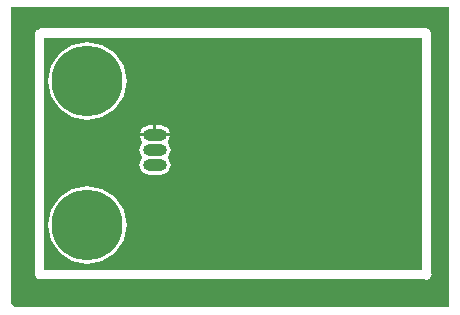
<source format=gbl>
%FSLAX23Y23*%
%MOIN*%
G70*
G01*
G75*
G04 Layer_Physical_Order=2*
G04 Layer_Color=16711680*
%ADD10R,0.118X0.059*%
%ADD11R,0.118X0.039*%
%ADD12R,0.031X0.035*%
%ADD13C,0.010*%
%ADD14O,0.079X0.039*%
%ADD15O,0.079X0.039*%
%ADD16C,0.236*%
%ADD17C,0.039*%
G36*
X1365Y-110D02*
X-80D01*
X-95Y-95D01*
Y890D01*
X1365D01*
Y-110D01*
D02*
G37*
%LPC*%
G36*
X1290Y821D02*
X5D01*
X-6Y816D01*
X-7Y816D01*
X-11Y814D01*
X-16Y802D01*
Y5D01*
X-15Y2D01*
X-16Y0D01*
X-11Y-11D01*
X0Y-16D01*
X1284D01*
X1290Y-19D01*
X1301Y-14D01*
X1302Y-12D01*
X1303Y-11D01*
X1307Y0D01*
X1306Y3D01*
Y805D01*
X1301Y816D01*
X1290Y821D01*
D02*
G37*
%LPD*%
G36*
X1274Y16D02*
X16D01*
Y789D01*
X1274D01*
Y16D01*
D02*
G37*
%LPC*%
G36*
X160Y296D02*
X110Y286D01*
X68Y257D01*
X39Y215D01*
X29Y165D01*
X39Y115D01*
X68Y73D01*
X110Y44D01*
X160Y34D01*
X210Y44D01*
X252Y73D01*
X281Y115D01*
X291Y165D01*
X281Y215D01*
X252Y257D01*
X210Y286D01*
X160Y296D01*
D02*
G37*
G36*
X405Y497D02*
X390D01*
Y470D01*
X435D01*
X427Y488D01*
X405Y497D01*
D02*
G37*
G36*
X160Y776D02*
X110Y766D01*
X68Y737D01*
X39Y695D01*
X29Y645D01*
X39Y595D01*
X68Y553D01*
X110Y524D01*
X160Y514D01*
X210Y524D01*
X252Y553D01*
X281Y595D01*
X291Y645D01*
X281Y695D01*
X252Y737D01*
X210Y766D01*
X160Y776D01*
D02*
G37*
G36*
X435Y460D02*
X335D01*
X343Y442D01*
D01*
Y442D01*
Y442D01*
D01*
X343Y438D01*
X343D01*
X333Y415D01*
X343Y392D01*
Y392D01*
D01*
Y388D01*
D01*
X333Y365D01*
X343Y342D01*
X365Y333D01*
X405D01*
X427Y342D01*
X437Y365D01*
X427Y388D01*
D01*
Y392D01*
X427Y392D01*
X427D01*
X437Y415D01*
X427Y438D01*
D01*
X427Y438D01*
Y442D01*
X427D01*
X435Y460D01*
D02*
G37*
G36*
X380Y497D02*
X365D01*
X343Y488D01*
X335Y470D01*
X380D01*
Y497D01*
D02*
G37*
%LPD*%
D14*
X385Y465D02*
D03*
Y415D02*
D03*
D15*
Y365D02*
D03*
D16*
X160Y645D02*
D03*
Y165D02*
D03*
D17*
X249Y645D02*
D03*
X223Y582D02*
D03*
X160Y556D02*
D03*
X97Y582D02*
D03*
X71Y645D02*
D03*
X160Y734D02*
D03*
X223Y708D02*
D03*
X97D02*
D03*
Y228D02*
D03*
X223D02*
D03*
X160Y254D02*
D03*
X71Y165D02*
D03*
X97Y102D02*
D03*
X160Y76D02*
D03*
X223Y102D02*
D03*
X249Y165D02*
D03*
M02*

</source>
